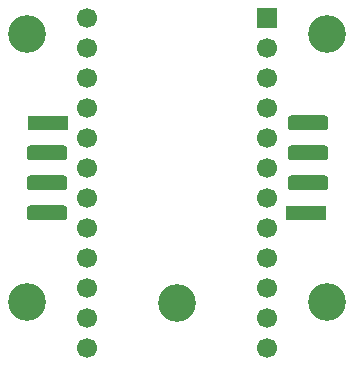
<source format=gbs>
%TF.GenerationSoftware,KiCad,Pcbnew,(6.0.11-0)*%
%TF.CreationDate,2023-02-15T20:24:28+08:00*%
%TF.ProjectId,Control,436f6e74-726f-46c2-9e6b-696361645f70,rev?*%
%TF.SameCoordinates,PX60e4b00PY5ad6650*%
%TF.FileFunction,Soldermask,Bot*%
%TF.FilePolarity,Negative*%
%FSLAX46Y46*%
G04 Gerber Fmt 4.6, Leading zero omitted, Abs format (unit mm)*
G04 Created by KiCad (PCBNEW (6.0.11-0)) date 2023-02-15 20:24:28*
%MOMM*%
%LPD*%
G01*
G04 APERTURE LIST*
G04 Aperture macros list*
%AMRoundRect*
0 Rectangle with rounded corners*
0 $1 Rounding radius*
0 $2 $3 $4 $5 $6 $7 $8 $9 X,Y pos of 4 corners*
0 Add a 4 corners polygon primitive as box body*
4,1,4,$2,$3,$4,$5,$6,$7,$8,$9,$2,$3,0*
0 Add four circle primitives for the rounded corners*
1,1,$1+$1,$2,$3*
1,1,$1+$1,$4,$5*
1,1,$1+$1,$6,$7*
1,1,$1+$1,$8,$9*
0 Add four rect primitives between the rounded corners*
20,1,$1+$1,$2,$3,$4,$5,0*
20,1,$1+$1,$4,$5,$6,$7,0*
20,1,$1+$1,$6,$7,$8,$9,0*
20,1,$1+$1,$8,$9,$2,$3,0*%
G04 Aperture macros list end*
%ADD10C,3.200000*%
%ADD11R,1.700000X1.700000*%
%ADD12C,1.700000*%
%ADD13R,3.429000X1.270000*%
%ADD14RoundRect,0.317500X1.397000X-0.317500X1.397000X0.317500X-1.397000X0.317500X-1.397000X-0.317500X0*%
%ADD15RoundRect,0.317500X-1.397000X0.317500X-1.397000X-0.317500X1.397000X-0.317500X1.397000X0.317500X0*%
G04 APERTURE END LIST*
D10*
%TO.C,REF\u002A\u002A*%
X-12700000Y-11370000D03*
%TD*%
%TO.C,REF\u002A\u002A*%
X12700000Y11370000D03*
%TD*%
%TO.C,REF\u002A\u002A*%
X12700000Y-11370000D03*
%TD*%
%TO.C,REF\u002A\u002A*%
X-12700000Y11370000D03*
%TD*%
%TO.C,REF\u002A\u002A*%
X0Y-11430000D03*
%TD*%
D11*
%TO.C,U1*%
X7620000Y12700000D03*
D12*
X7620000Y10160000D03*
X7620000Y7620000D03*
X7620000Y5080000D03*
X7620000Y2540000D03*
X7620000Y0D03*
X7620000Y-2540000D03*
X7620000Y-5080000D03*
X7620000Y-7620000D03*
X7620000Y-10160000D03*
X7620000Y-12700000D03*
X7620000Y-15240000D03*
X-7620000Y-15240000D03*
X-7620000Y-12700000D03*
X-7620000Y-10160000D03*
X-7620000Y-7620000D03*
X-7620000Y-5080000D03*
X-7620000Y-2540000D03*
X-7620000Y0D03*
X-7620000Y2540000D03*
X-7620000Y5080000D03*
X-7620000Y7620000D03*
X-7620000Y10160000D03*
X-7620000Y12700000D03*
%TD*%
D13*
%TO.C,J2*%
X10922000Y-3810000D03*
D14*
X11049000Y-1270000D03*
X11049000Y1270000D03*
X11049000Y3810000D03*
%TD*%
D13*
%TO.C,J1*%
X-10922000Y3810000D03*
D15*
X-11049000Y1270000D03*
X-11049000Y-1270000D03*
X-11049000Y-3810000D03*
%TD*%
M02*

</source>
